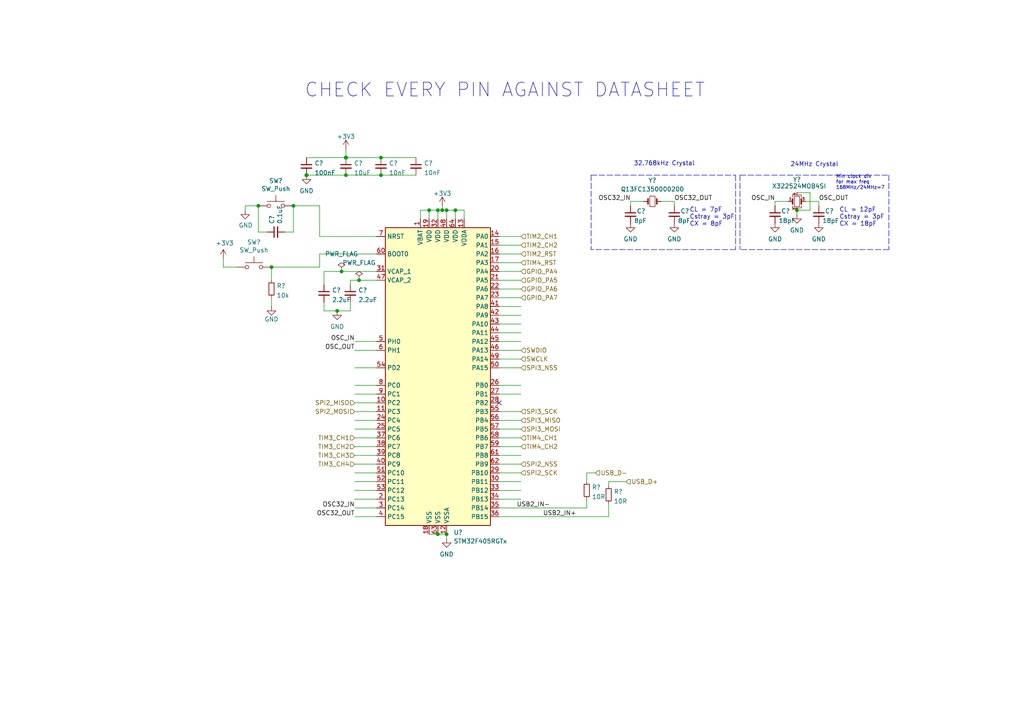
<source format=kicad_sch>
(kicad_sch (version 20211123) (generator eeschema)
  (paper "A4")
  (lib_symbols
    (symbol "Device:C_Small" (pin_numbers hide) (pin_names (offset 0.254) hide)
      (property "Reference" "C" (at 0.254 1.778 0))
      (property "Value" "C_Small" (at 0.254 -2.032 0))
      (symbol "C_Small_0_1"
        (polyline (pts (xy -1.524 -0.508) (xy 1.524 -0.508)) (stroke (width 0.3302)))
        (polyline (pts (xy -1.524 0.508) (xy 1.524 0.508)) (stroke (width 0.3048)))
      )
      (symbol "C_Small_1_1"
        (pin passive line (at 0 2.54 270) (length 2.032) (name "~") (number "1"))
        (pin passive line (at 0 -2.54 90) (length 2.032) (name "~") (number "2"))
      )
    )
    (symbol "Device:Crystal_GND24_Small" (pin_names (offset 1.016) hide)
      (property "Reference" "Y" (at 1.27 4.445 0))
      (property "Value" "Crystal_GND24_Small" (at 1.27 2.54 0))
      (symbol "Crystal_GND24_Small_0_1"
        (rectangle (start -0.762 -1.524) (end 0.762 1.524))
        (polyline (pts (xy -1.27 -0.762) (xy -1.27 0.762)) (stroke (width 0.381)))
        (polyline (pts (xy 1.27 -0.762) (xy 1.27 0.762)) (stroke (width 0.381)))
        (polyline (pts (xy -1.27 -1.27) (xy -1.27 -1.905) (xy 1.27 -1.905) (xy 1.27 -1.27)))
        (polyline (pts (xy -1.27 1.27) (xy -1.27 1.905) (xy 1.27 1.905) (xy 1.27 1.27)))
      )
      (symbol "Crystal_GND24_Small_1_1"
        (pin passive line (at -2.54 0 0) (length 1.27) (name "1") (number "1"))
        (pin passive line (at 0 -2.54 90) (length 0.635) (name "2") (number "2"))
        (pin passive line (at 2.54 0 180) (length 1.27) (name "3") (number "3"))
        (pin passive line (at 0 2.54 270) (length 0.635) (name "4") (number "4"))
      )
    )
    (symbol "Device:Crystal_Small" (pin_numbers hide) (pin_names (offset 1.016) hide)
      (property "Reference" "Y" (at 0 2.54 0))
      (property "Value" "Crystal_Small" (at 0 -2.54 0))
      (symbol "Crystal_Small_0_1"
        (rectangle (start -0.762 -1.524) (end 0.762 1.524))
        (polyline (pts (xy -1.27 -0.762) (xy -1.27 0.762)) (stroke (width 0.381)))
        (polyline (pts (xy 1.27 -0.762) (xy 1.27 0.762)) (stroke (width 0.381)))
      )
      (symbol "Crystal_Small_1_1"
        (pin passive line (at -2.54 0 0) (length 1.27) (name "1") (number "1"))
        (pin passive line (at 2.54 0 180) (length 1.27) (name "2") (number "2"))
      )
    )
    (symbol "Device:R_Small" (pin_numbers hide) (pin_names (offset 0.254) hide)
      (property "Reference" "R" (at 0.762 0.508 0))
      (property "Value" "R_Small" (at 0.762 -1.016 0))
      (symbol "R_Small_0_1"
        (rectangle (start -0.762 1.778) (end 0.762 -1.778) (stroke (width 0.2032)))
      )
      (symbol "R_Small_1_1"
        (pin passive line (at 0 2.54 270) (length 0.762) (name "~") (number "1"))
        (pin passive line (at 0 -2.54 90) (length 0.762) (name "~") (number "2"))
      )
    )
    (symbol "MCU_ST_STM32F4:STM32F405RGTx"
      (property "Reference" "U" (at -15.24 44.45 0))
      (property "Value" "STM32F405RGTx" (at 10.16 44.45 0))
      (symbol "STM32F405RGTx_0_1"
        (rectangle (start -15.24 -43.18) (end 15.24 43.18) (stroke (width 0.254)) (fill (type background)))
      )
      (symbol "STM32F405RGTx_1_1"
        (pin power_in line (at -5.08 45.72 270) (length 2.54) (name "VBAT") (number "1"))
        (pin bidirectional line (at -17.78 -7.62 0) (length 2.54) (name "PC2") (number "10"))
        (pin bidirectional line (at -17.78 -10.16 0) (length 2.54) (name "PC3") (number "11"))
        (pin power_in line (at 2.54 -45.72 90) (length 2.54) (name "VSSA") (number "12"))
        (pin power_in line (at 7.62 45.72 270) (length 2.54) (name "VDDA") (number "13"))
        (pin bidirectional line (at 17.78 40.64 180) (length 2.54) (name "PA0") (number "14"))
        (pin bidirectional line (at 17.78 38.1 180) (length 2.54) (name "PA1") (number "15"))
        (pin bidirectional line (at 17.78 35.56 180) (length 2.54) (name "PA2") (number "16"))
        (pin bidirectional line (at 17.78 33.02 180) (length 2.54) (name "PA3") (number "17"))
        (pin power_in line (at -2.54 -45.72 90) (length 2.54) (name "VSS") (number "18"))
        (pin power_in line (at -2.54 45.72 270) (length 2.54) (name "VDD") (number "19"))
        (pin bidirectional line (at -17.78 -35.56 0) (length 2.54) (name "PC13") (number "2"))
        (pin bidirectional line (at 17.78 30.48 180) (length 2.54) (name "PA4") (number "20"))
        (pin bidirectional line (at 17.78 27.94 180) (length 2.54) (name "PA5") (number "21"))
        (pin bidirectional line (at 17.78 25.4 180) (length 2.54) (name "PA6") (number "22"))
        (pin bidirectional line (at 17.78 22.86 180) (length 2.54) (name "PA7") (number "23"))
        (pin bidirectional line (at -17.78 -12.7 0) (length 2.54) (name "PC4") (number "24"))
        (pin bidirectional line (at -17.78 -15.24 0) (length 2.54) (name "PC5") (number "25"))
        (pin bidirectional line (at 17.78 -2.54 180) (length 2.54) (name "PB0") (number "26"))
        (pin bidirectional line (at 17.78 -5.08 180) (length 2.54) (name "PB1") (number "27"))
        (pin bidirectional line (at 17.78 -7.62 180) (length 2.54) (name "PB2") (number "28"))
        (pin bidirectional line (at 17.78 -27.94 180) (length 2.54) (name "PB10") (number "29"))
        (pin bidirectional line (at -17.78 -38.1 0) (length 2.54) (name "PC14") (number "3"))
        (pin bidirectional line (at 17.78 -30.48 180) (length 2.54) (name "PB11") (number "30"))
        (pin power_in line (at -17.78 30.48 0) (length 2.54) (name "VCAP_1") (number "31"))
        (pin power_in line (at 0 45.72 270) (length 2.54) (name "VDD") (number "32"))
        (pin bidirectional line (at 17.78 -33.02 180) (length 2.54) (name "PB12") (number "33"))
        (pin bidirectional line (at 17.78 -35.56 180) (length 2.54) (name "PB13") (number "34"))
        (pin bidirectional line (at 17.78 -38.1 180) (length 2.54) (name "PB14") (number "35"))
        (pin bidirectional line (at 17.78 -40.64 180) (length 2.54) (name "PB15") (number "36"))
        (pin bidirectional line (at -17.78 -17.78 0) (length 2.54) (name "PC6") (number "37"))
        (pin bidirectional line (at -17.78 -20.32 0) (length 2.54) (name "PC7") (number "38"))
        (pin bidirectional line (at -17.78 -22.86 0) (length 2.54) (name "PC8") (number "39"))
        (pin bidirectional line (at -17.78 -40.64 0) (length 2.54) (name "PC15") (number "4"))
        (pin bidirectional line (at -17.78 -25.4 0) (length 2.54) (name "PC9") (number "40"))
        (pin bidirectional line (at 17.78 20.32 180) (length 2.54) (name "PA8") (number "41"))
        (pin bidirectional line (at 17.78 17.78 180) (length 2.54) (name "PA9") (number "42"))
        (pin bidirectional line (at 17.78 15.24 180) (length 2.54) (name "PA10") (number "43"))
        (pin bidirectional line (at 17.78 12.7 180) (length 2.54) (name "PA11") (number "44"))
        (pin bidirectional line (at 17.78 10.16 180) (length 2.54) (name "PA12") (number "45"))
        (pin bidirectional line (at 17.78 7.62 180) (length 2.54) (name "PA13") (number "46"))
        (pin power_in line (at -17.78 27.94 0) (length 2.54) (name "VCAP_2") (number "47"))
        (pin power_in line (at 2.54 45.72 270) (length 2.54) (name "VDD") (number "48"))
        (pin bidirectional line (at 17.78 5.08 180) (length 2.54) (name "PA14") (number "49"))
        (pin input line (at -17.78 10.16 0) (length 2.54) (name "PH0") (number "5"))
        (pin bidirectional line (at 17.78 2.54 180) (length 2.54) (name "PA15") (number "50"))
        (pin bidirectional line (at -17.78 -27.94 0) (length 2.54) (name "PC10") (number "51"))
        (pin bidirectional line (at -17.78 -30.48 0) (length 2.54) (name "PC11") (number "52"))
        (pin bidirectional line (at -17.78 -33.02 0) (length 2.54) (name "PC12") (number "53"))
        (pin bidirectional line (at -17.78 2.54 0) (length 2.54) (name "PD2") (number "54"))
        (pin bidirectional line (at 17.78 -10.16 180) (length 2.54) (name "PB3") (number "55"))
        (pin bidirectional line (at 17.78 -12.7 180) (length 2.54) (name "PB4") (number "56"))
        (pin bidirectional line (at 17.78 -15.24 180) (length 2.54) (name "PB5") (number "57"))
        (pin bidirectional line (at 17.78 -17.78 180) (length 2.54) (name "PB6") (number "58"))
        (pin bidirectional line (at 17.78 -20.32 180) (length 2.54) (name "PB7") (number "59"))
        (pin input line (at -17.78 7.62 0) (length 2.54) (name "PH1") (number "6"))
        (pin input line (at -17.78 35.56 0) (length 2.54) (name "BOOT0") (number "60"))
        (pin bidirectional line (at 17.78 -22.86 180) (length 2.54) (name "PB8") (number "61"))
        (pin bidirectional line (at 17.78 -25.4 180) (length 2.54) (name "PB9") (number "62"))
        (pin power_in line (at 0 -45.72 90) (length 2.54) (name "VSS") (number "63"))
        (pin power_in line (at 5.08 45.72 270) (length 2.54) (name "VDD") (number "64"))
        (pin input line (at -17.78 40.64 0) (length 2.54) (name "NRST") (number "7"))
        (pin bidirectional line (at -17.78 -2.54 0) (length 2.54) (name "PC0") (number "8"))
        (pin bidirectional line (at -17.78 -5.08 0) (length 2.54) (name "PC1") (number "9"))
      )
    )
    (symbol "Nebula-rescue:+3.3V-power-H7_FlightComputer-rescue" (power) (pin_names (offset 0))
      (property "Value" "+3.3V-power-H7_FlightComputer-rescue" (at 0 3.556 0))
      (symbol "+3.3V-power-H7_FlightComputer-rescue_0_1"
        (polyline (pts (xy -0.762 1.27) (xy 0 2.54)))
        (polyline (pts (xy 0 0) (xy 0 2.54)))
        (polyline (pts (xy 0 2.54) (xy 0.762 1.27)))
      )
      (symbol "+3.3V-power-H7_FlightComputer-rescue_1_1"
        (pin power_in line (at 0 0 90) (length 0) hide (name "+3V3") (number "1"))
      )
    )
    (symbol "Nebula-rescue:C_Small-Device-H7_FlightComputer-rescue" (pin_numbers hide) (pin_names (offset 0.254) hide)
      (property "Reference" "C" (at 0.254 1.778 0))
      (property "Value" "C_Small-Device-H7_FlightComputer-rescue" (at 0.254 -2.032 0))
      (symbol "C_Small-Device-H7_FlightComputer-rescue_0_1"
        (polyline (pts (xy -1.524 -0.508) (xy 1.524 -0.508)) (stroke (width 0.3302)))
        (polyline (pts (xy -1.524 0.508) (xy 1.524 0.508)) (stroke (width 0.3048)))
      )
      (symbol "C_Small-Device-H7_FlightComputer-rescue_1_1"
        (pin passive line (at 0 2.54 270) (length 2.032) (name "~") (number "1"))
        (pin passive line (at 0 -2.54 90) (length 2.032) (name "~") (number "2"))
      )
    )
    (symbol "Nebula-rescue:GND-power-H7_FlightComputer-rescue" (power) (pin_names (offset 0))
      (property "Value" "GND-power-H7_FlightComputer-rescue" (at 0 -3.81 0))
      (symbol "GND-power-H7_FlightComputer-rescue_0_1"
        (polyline (pts (xy 0 0) (xy 0 -1.27) (xy 1.27 -1.27) (xy 0 -2.54) (xy -1.27 -1.27) (xy 0 -1.27)))
      )
      (symbol "GND-power-H7_FlightComputer-rescue_1_1"
        (pin power_in line (at 0 0 270) (length 0) hide (name "GND") (number "1"))
      )
    )
    (symbol "Nebula-rescue:SW_Push-Switch-H7_FlightComputer-rescue" (pin_numbers hide) (pin_names (offset 1.016) hide)
      (property "Reference" "SW" (at 1.27 2.54 0))
      (property "Value" "SW_Push-Switch-H7_FlightComputer-rescue" (at 0 -1.524 0))
      (symbol "SW_Push-Switch-H7_FlightComputer-rescue_0_1"
        (circle (center -2.032 0) (radius 0.508))
        (polyline (pts (xy 0 1.27) (xy 0 3.048)))
        (polyline (pts (xy 2.54 1.27) (xy -2.54 1.27)))
        (circle (center 2.032 0) (radius 0.508))
        (pin passive line (at -5.08 0 0) (length 2.54) (name "1") (number "1"))
        (pin passive line (at 5.08 0 180) (length 2.54) (name "2") (number "2"))
      )
    )
    (symbol "power:+3.3V" (power) (pin_names (offset 0))
      (property "Value" "+3.3V" (at 0 3.556 0))
      (symbol "+3.3V_0_1"
        (polyline (pts (xy -0.762 1.27) (xy 0 2.54)))
        (polyline (pts (xy 0 0) (xy 0 2.54)))
        (polyline (pts (xy 0 2.54) (xy 0.762 1.27)))
      )
      (symbol "+3.3V_1_1"
        (pin power_in line (at 0 0 90) (length 0) hide (name "+3V3") (number "1"))
      )
    )
    (symbol "power:GND" (power) (pin_names (offset 0))
      (property "Value" "GND" (at 0 -3.81 0))
      (symbol "GND_0_1"
        (polyline (pts (xy 0 0) (xy 0 -1.27) (xy 1.27 -1.27) (xy 0 -2.54) (xy -1.27 -1.27) (xy 0 -1.27)))
      )
      (symbol "GND_1_1"
        (pin power_in line (at 0 0 270) (length 0) hide (name "GND") (number "1"))
      )
    )
    (symbol "power:PWR_FLAG" (power) (pin_numbers hide) (pin_names (offset 0) hide)
      (property "Value" "PWR_FLAG" (at 0 3.81 0))
      (symbol "PWR_FLAG_0_0"
        (pin power_out line (at 0 0 90) (length 0) (name "pwr") (number "1"))
      )
      (symbol "PWR_FLAG_0_1"
        (polyline (pts (xy 0 0) (xy 0 1.27) (xy -1.016 1.905) (xy 0 2.54) (xy 1.016 1.905) (xy 0 1.27)))
      )
    )
  )
  (junction (at 127 60.96))
  (junction (at 124.46 60.96))
  (junction (at 97.79 90.17))
  (junction (at 104.14 81.28))
  (junction (at 127 154.94))
  (junction (at 132.08 60.96))
  (junction (at 74.93 59.69))
  (junction (at 129.54 60.96))
  (junction (at 100.33 50.8))
  (junction (at 110.49 50.8))
  (junction (at 129.54 154.94))
  (junction (at 128.27 60.96))
  (junction (at 88.9 50.8) (diameter 1.016))
  (junction (at 110.49 45.72))
  (junction (at 78.74 77.47))
  (junction (at 100.33 45.72) (diameter 1.016))
  (junction (at 99.06 78.74))
  (junction (at 231.14 60.96))
  (junction (at 85.09 59.69))
  (no_connect (at 144.78 116.84))
  (wire (pts (xy 102.87 147.32) (xy 109.22 147.32)))
  (wire (pts (xy 102.87 149.86) (xy 109.22 149.86)))
  (wire (pts (xy 144.78 76.2) (xy 151.13 76.2)))
  (wire (pts (xy 102.87 144.78) (xy 109.22 144.78)))
  (wire (pts (xy 93.98 78.74) (xy 93.98 82.55)))
  (wire (pts (xy 144.78 111.76) (xy 151.13 111.76)))
  (wire (pts (xy 144.78 88.9) (xy 151.13 88.9)))
  (wire (pts (xy 134.62 63.5) (xy 134.62 60.96)))
  (wire (pts (xy 102.87 132.08) (xy 109.22 132.08)))
  (wire (pts (xy 127 60.96) (xy 128.27 60.96)))
  (wire (pts (xy 237.49 58.42) (xy 237.49 59.69)))
  (wire (pts (xy 144.78 99.06) (xy 151.13 99.06)))
  (wire (pts (xy 102.87 114.3) (xy 109.22 114.3)))
  (wire (pts (xy 109.22 81.28) (xy 104.14 81.28)))
  (wire (pts (xy 100.33 43.18) (xy 100.33 45.72)))
  (wire (pts (xy 71.12 59.69) (xy 71.12 60.96)))
  (wire (pts (xy 74.93 67.31) (xy 74.93 59.69)))
  (wire (pts (xy 82.55 67.31) (xy 85.09 67.31)))
  (wire (pts (xy 132.08 60.96) (xy 132.08 63.5)))
  (wire (pts (xy 182.88 58.42) (xy 182.88 59.69)))
  (wire (pts (xy 102.87 139.7) (xy 109.22 139.7)))
  (wire (pts (xy 93.98 87.63) (xy 93.98 90.17)))
  (polyline (pts (xy 213.36 72.39) (xy 171.45 72.39)))
  (wire (pts (xy 92.71 73.66) (xy 109.22 73.66)))
  (wire (pts (xy 85.09 67.31) (xy 85.09 59.69)))
  (wire (pts (xy 144.78 83.82) (xy 151.13 83.82)))
  (wire (pts (xy 144.78 81.28) (xy 151.13 81.28)))
  (wire (pts (xy 129.54 60.96) (xy 132.08 60.96)))
  (polyline (pts (xy 257.81 72.39) (xy 214.63 72.39)))
  (wire (pts (xy 128.27 59.69) (xy 128.27 60.96)))
  (polyline (pts (xy 214.63 50.8) (xy 214.63 72.39)))
  (wire (pts (xy 144.78 121.92) (xy 151.13 121.92)))
  (wire (pts (xy 102.87 124.46) (xy 109.22 124.46)))
  (polyline (pts (xy 257.81 50.8) (xy 257.81 72.39)))
  (wire (pts (xy 144.78 114.3) (xy 151.13 114.3)))
  (wire (pts (xy 127 60.96) (xy 127 63.5)))
  (wire (pts (xy 102.87 121.92) (xy 109.22 121.92)))
  (wire (pts (xy 134.62 60.96) (xy 132.08 60.96)))
  (wire (pts (xy 144.78 124.46) (xy 151.13 124.46)))
  (wire (pts (xy 102.87 137.16) (xy 109.22 137.16)))
  (wire (pts (xy 224.79 58.42) (xy 228.6 58.42)))
  (wire (pts (xy 144.78 142.24) (xy 151.13 142.24)))
  (wire (pts (xy 170.18 144.78) (xy 170.18 147.32)))
  (wire (pts (xy 124.46 63.5) (xy 124.46 60.96)))
  (wire (pts (xy 101.6 90.17) (xy 97.79 90.17)))
  (wire (pts (xy 129.54 60.96) (xy 129.54 63.5)))
  (wire (pts (xy 144.78 132.08) (xy 151.13 132.08)))
  (wire (pts (xy 102.87 134.62) (xy 109.22 134.62)))
  (wire (pts (xy 144.78 139.7) (xy 151.13 139.7)))
  (wire (pts (xy 128.27 60.96) (xy 129.54 60.96)))
  (wire (pts (xy 104.14 81.28) (xy 101.6 81.28)))
  (wire (pts (xy 144.78 149.86) (xy 176.53 149.86)))
  (wire (pts (xy 170.18 147.32) (xy 144.78 147.32)))
  (wire (pts (xy 124.46 60.96) (xy 127 60.96)))
  (polyline (pts (xy 213.36 50.8) (xy 213.36 72.39)))
  (wire (pts (xy 176.53 139.7) (xy 181.61 139.7)))
  (wire (pts (xy 127 154.94) (xy 129.54 154.94)))
  (wire (pts (xy 144.78 73.66) (xy 151.13 73.66)))
  (polyline (pts (xy 171.45 50.8) (xy 171.45 72.39)))
  (wire (pts (xy 170.18 139.7) (xy 170.18 137.16)))
  (wire (pts (xy 144.78 96.52) (xy 151.13 96.52)))
  (wire (pts (xy 64.77 74.93) (xy 64.77 77.47)))
  (wire (pts (xy 144.78 119.38) (xy 151.13 119.38)))
  (wire (pts (xy 71.12 59.69) (xy 74.93 59.69)))
  (wire (pts (xy 102.87 106.68) (xy 109.22 106.68)))
  (wire (pts (xy 102.87 127) (xy 109.22 127)))
  (wire (pts (xy 234.95 60.96) (xy 231.14 60.96)))
  (wire (pts (xy 182.88 58.42) (xy 186.69 58.42)))
  (wire (pts (xy 110.49 45.72) (xy 120.65 45.72)))
  (wire (pts (xy 144.78 101.6) (xy 151.13 101.6)))
  (wire (pts (xy 191.77 58.42) (xy 195.58 58.42)))
  (wire (pts (xy 144.78 134.62) (xy 151.13 134.62)))
  (wire (pts (xy 101.6 81.28) (xy 101.6 82.55)))
  (wire (pts (xy 121.92 63.5) (xy 121.92 60.96)))
  (wire (pts (xy 77.47 67.31) (xy 74.93 67.31)))
  (wire (pts (xy 231.14 60.96) (xy 231.14 62.23)))
  (wire (pts (xy 144.78 68.58) (xy 151.13 68.58)))
  (wire (pts (xy 144.78 129.54) (xy 151.13 129.54)))
  (wire (pts (xy 121.92 60.96) (xy 124.46 60.96)))
  (wire (pts (xy 102.87 142.24) (xy 109.22 142.24)))
  (wire (pts (xy 78.74 77.47) (xy 78.74 81.28)))
  (polyline (pts (xy 214.63 50.8) (xy 257.81 50.8)))
  (wire (pts (xy 144.78 91.44) (xy 151.13 91.44)))
  (wire (pts (xy 144.78 86.36) (xy 151.13 86.36)))
  (wire (pts (xy 92.71 68.58) (xy 109.22 68.58)))
  (wire (pts (xy 102.87 119.38) (xy 109.22 119.38)))
  (wire (pts (xy 144.78 78.74) (xy 151.13 78.74)))
  (wire (pts (xy 144.78 104.14) (xy 151.13 104.14)))
  (wire (pts (xy 144.78 127) (xy 151.13 127)))
  (wire (pts (xy 99.06 78.74) (xy 93.98 78.74)))
  (wire (pts (xy 231.14 55.88) (xy 234.95 55.88)))
  (wire (pts (xy 92.71 77.47) (xy 92.71 73.66)))
  (wire (pts (xy 233.68 58.42) (xy 237.49 58.42)))
  (wire (pts (xy 85.09 59.69) (xy 92.71 59.69)))
  (wire (pts (xy 170.18 137.16) (xy 172.72 137.16)))
  (wire (pts (xy 102.87 101.6) (xy 109.22 101.6)))
  (wire (pts (xy 129.54 154.94) (xy 129.54 156.21)))
  (wire (pts (xy 144.78 71.12) (xy 151.13 71.12)))
  (wire (pts (xy 195.58 58.42) (xy 195.58 59.69)))
  (wire (pts (xy 234.95 55.88) (xy 234.95 60.96)))
  (wire (pts (xy 100.33 45.72) (xy 110.49 45.72)))
  (wire (pts (xy 64.77 77.47) (xy 68.58 77.47)))
  (wire (pts (xy 92.71 59.69) (xy 92.71 68.58)))
  (wire (pts (xy 144.78 93.98) (xy 151.13 93.98)))
  (wire (pts (xy 102.87 129.54) (xy 109.22 129.54)))
  (wire (pts (xy 101.6 87.63) (xy 101.6 90.17)))
  (wire (pts (xy 78.74 86.36) (xy 78.74 88.9)))
  (wire (pts (xy 93.98 90.17) (xy 97.79 90.17)))
  (wire (pts (xy 109.22 78.74) (xy 99.06 78.74)))
  (wire (pts (xy 144.78 137.16) (xy 151.13 137.16)))
  (wire (pts (xy 88.9 50.8) (xy 100.33 50.8)))
  (wire (pts (xy 144.78 144.78) (xy 151.13 144.78)))
  (wire (pts (xy 88.9 45.72) (xy 100.33 45.72)))
  (wire (pts (xy 102.87 99.06) (xy 109.22 99.06)))
  (wire (pts (xy 144.78 106.68) (xy 151.13 106.68)))
  (wire (pts (xy 78.74 77.47) (xy 92.71 77.47)))
  (wire (pts (xy 102.87 116.84) (xy 109.22 116.84)))
  (polyline (pts (xy 171.45 50.8) (xy 213.36 50.8)))
  (wire (pts (xy 176.53 140.97) (xy 176.53 139.7)))
  (wire (pts (xy 176.53 146.05) (xy 176.53 149.86)))
  (wire (pts (xy 102.87 111.76) (xy 109.22 111.76)))
  (wire (pts (xy 110.49 50.8) (xy 120.65 50.8)))
  (wire (pts (xy 224.79 58.42) (xy 224.79 59.69)))
  (wire (pts (xy 100.33 50.8) (xy 110.49 50.8)))
  (wire (pts (xy 124.46 154.94) (xy 127 154.94)))
  (text "32.768kHz Crystal" (at 183.769 48.26 0) (effects (font (size 1.27 1.27)) (justify left bottom)))
  (text "CL = 12pF\nCstray = 3pF\nCX = 18pF" (at 243.459 65.786 0) (effects (font (size 1.27 1.27)) (justify left bottom)))
  (text "CL = 7pF\nCstray = 3pF\nCX = 8pF" (at 200.025 65.786 0) (effects (font (size 1.27 1.27)) (justify left bottom)))
  (text "24MHz Crystal" (at 229.235 48.514 0) (effects (font (size 1.27 1.27)) (justify left bottom)))
  (text "Min clock div\nfor max freq\n168MHz/24MHz=7" (at 242.443 55.118 0) (effects (font (size 1 1)) (justify left bottom)))
  (text "CHECK EVERY PIN AGAINST DATASHEET" (at 88.265 28.575 0) (effects (font (size 4 4)) (justify left bottom)))
  (label "OSC_IN" (at 102.87 99.06 180))
  (label "OSC32_IN" (at 102.87 147.32 180))
  (label "USB2_IN-" (at 149.86 147.32 0))
  (label "OSC_OUT" (at 102.87 101.6 180))
  (label "OSC_IN" (at 224.79 58.42 180))
  (label "USB2_IN+" (at 157.48 149.86 0))
  (label "OSC32_OUT" (at 102.87 149.86 180))
  (label "OSC32_IN" (at 182.88 58.42 180))
  (label "OSC32_OUT" (at 195.58 58.42 0))
  (label "OSC_OUT" (at 237.49 58.42 0))
  (hierarchical_label "SWDIO" (shape input) (at 151.13 101.6 0))
  (hierarchical_label "GPIO_PA4" (shape input) (at 151.13 78.74 0))
  (hierarchical_label "GPIO_PA5" (shape input) (at 151.13 81.28 0))
  (hierarchical_label "SPI2_MISO" (shape input) (at 102.87 116.84 180))
  (hierarchical_label "TIM4_CH2" (shape input) (at 151.13 129.54 0))
  (hierarchical_label "USB_D+" (shape input) (at 181.61 139.7 0))
  (hierarchical_label "TIM4_CH1" (shape input) (at 151.13 127 0))
  (hierarchical_label "GPIO_PA6" (shape input) (at 151.13 83.82 0))
  (hierarchical_label "SPI3_MISO" (shape input) (at 151.13 121.92 0))
  (hierarchical_label "TIM2_RST" (shape input) (at 151.13 73.66 0))
  (hierarchical_label "GPIO_PA7" (shape input) (at 151.13 86.36 0))
  (hierarchical_label "TIM3_CH2" (shape input) (at 102.87 129.54 180))
  (hierarchical_label "USB_D-" (shape input) (at 172.72 137.16 0))
  (hierarchical_label "TIM2_CH1" (shape input) (at 151.13 68.58 0))
  (hierarchical_label "SPI3_SCK" (shape input) (at 151.13 119.38 0))
  (hierarchical_label "TIM2_CH2" (shape input) (at 151.13 71.12 0))
  (hierarchical_label "TIM3_CH4" (shape input) (at 102.87 134.62 180))
  (hierarchical_label "TIM3_CH1" (shape input) (at 102.87 127 180))
  (hierarchical_label "SWCLK" (shape input) (at 151.13 104.14 0))
  (hierarchical_label "SPI2_NSS" (shape input) (at 151.13 134.62 0))
  (hierarchical_label "TIM3_CH3" (shape input) (at 102.87 132.08 180))
  (hierarchical_label "SPI3_NSS" (shape input) (at 151.13 106.68 0))
  (hierarchical_label "SPI2_MOSI" (shape input) (at 102.87 119.38 180))
  (hierarchical_label "TIM4_RST" (shape input) (at 151.13 76.2 0))
  (hierarchical_label "SPI3_MOSI" (shape input) (at 151.13 124.46 0))
  (hierarchical_label "SPI2_SCK" (shape input) (at 151.13 137.16 0))
  (symbol (lib_id "Device:C_Small") (at 237.49 62.23 0) (unit 1)
    (property "Reference" "C?" (at 239.268 61.214 0) (effects (justify left)))
    (property "Value" "18pF" (at 238.506 64.008 0) (effects (justify left)))
    (property "Footprint" "Capacitor_SMD:C_0603_1608Metric_Pad1.08x0.95mm_HandSolder" (effects hide))
  )
  (symbol (lib_id "power:GND") (at 195.58 64.77 0) (unit 1)
    (property "Reference" "#PWR?" (effects hide))
    (property "Value" "GND" (at 195.58 69.3326 0))
  )
  (symbol (lib_id "Nebula-rescue:SW_Push-Switch-H7_FlightComputer-rescue") (at 73.66 77.47 0) (unit 1)
    (property "Reference" "SW?" (at 73.66 70.231 0))
    (property "Value" "SW_Push" (at 73.66 72.5424 0))
    (property "Footprint" "Button_Switch_SMD:SW_Push_1P1T_NO_CK_KSC6xxJ" (effects hide))
  )
  (symbol (lib_id "power:GND") (at 129.54 156.21 0) (unit 1)
    (property "Reference" "#PWR?" (effects hide))
    (property "Value" "GND" (at 129.54 160.7726 0))
  )
  (symbol (lib_id "power:+3.3V") (at 100.33 43.18 0) (unit 1)
    (property "Reference" "#PWR?" (effects hide))
    (property "Value" "+3.3V" (at 100.33 39.6042 0))
  )
  (symbol (lib_id "Device:C_Small") (at 120.65 48.26 0) (unit 1)
    (property "Reference" "C?" (at 122.9742 47.3515 0) (effects (justify left)))
    (property "Value" "10nF" (at 122.9742 50.1266 0) (effects (justify left)))
    (property "Footprint" "Capacitor_SMD:C_0603_1608Metric_Pad1.08x0.95mm_HandSolder" (effects hide))
  )
  (symbol (lib_id "Device:R_Small") (at 176.53 143.51 0) (unit 1)
    (property "Reference" "R?" (at 178.0287 142.6015 0) (effects (justify left)))
    (property "Value" "10R" (at 178.0287 145.3766 0) (effects (justify left)))
    (property "Footprint" "Resistor_SMD:R_0603_1608Metric" (effects hide))
  )
  (symbol (lib_id "Nebula-rescue:GND-power-H7_FlightComputer-rescue") (at 78.74 88.9 0) (unit 1)
    (property "Reference" "#PWR?" (effects hide))
    (property "Value" "GND" (at 78.74 92.583 0))
  )
  (symbol (lib_id "power:GND") (at 182.88 64.77 0) (unit 1)
    (property "Reference" "#PWR?" (effects hide))
    (property "Value" "GND" (at 182.88 69.3326 0))
  )
  (symbol (lib_id "Device:C_Small") (at 100.33 48.26 0) (unit 1)
    (property "Reference" "C?" (at 102.6542 47.3515 0) (effects (justify left)))
    (property "Value" "10uF" (at 102.6542 50.1266 0) (effects (justify left)))
    (property "Footprint" "Capacitor_SMD:C_0603_1608Metric_Pad1.08x0.95mm_HandSolder" (effects hide))
  )
  (symbol (lib_id "Nebula-rescue:+3.3V-power-H7_FlightComputer-rescue") (at 64.77 74.93 0) (unit 1)
    (property "Reference" "#PWR?" (effects hide))
    (property "Value" "+3.3V" (at 65.151 70.5358 0))
  )
  (symbol (lib_id "Nebula-rescue:GND-power-H7_FlightComputer-rescue") (at 71.12 60.96 0) (unit 1)
    (property "Reference" "#PWR?" (effects hide))
    (property "Value" "GND" (at 71.247 65.3542 0))
  )
  (symbol (lib_id "MCU_ST_STM32F4:STM32F405RGTx") (at 127 109.22 0) (unit 1)
    (property "Reference" "U?" (at 131.5594 154.4304 0) (effects (justify left)))
    (property "Value" "STM32F405RGTx" (at 131.5594 156.9673 0) (effects (justify left)))
    (property "Footprint" "Package_QFP:LQFP-64_10x10mm_P0.5mm" (effects hide))
    (property "Datasheet" "http://www.st.com/st-web-ui/static/active/en/resource/technical/document/datasheet/DM00037051.pdf" (effects hide))
  )
  (symbol (lib_id "Device:Crystal_GND24_Small") (at 231.14 58.42 0) (unit 1)
    (property "Reference" "Y?" (at 231.14 52.07 0))
    (property "Value" "X322524MOB4SI" (at 231.775 53.975 0))
    (property "Footprint" "Crystal:Crystal_SMD_3225-4Pin_3.2x2.5mm" (effects hide))
    (property "Datasheet" "https://datasheet.lcsc.com/lcsc/2103291204_Yangxing-Tech-X322524MOB4SI_C70590.pdf" (effects hide))
    (property "LCSC" "C70590" (effects hide))
  )
  (symbol (lib_id "Device:C_Small") (at 101.6 85.09 0) (unit 1)
    (property "Reference" "C?" (at 103.9242 84.1815 0) (effects (justify left)))
    (property "Value" "2.2uF" (at 103.9242 86.9566 0) (effects (justify left)))
    (property "Footprint" "Capacitor_SMD:C_0603_1608Metric_Pad1.08x0.95mm_HandSolder" (effects hide))
  )
  (symbol (lib_id "Device:R_Small") (at 170.18 142.24 0) (unit 1)
    (property "Reference" "R?" (at 171.6787 141.3315 0) (effects (justify left)))
    (property "Value" "10R" (at 171.6787 144.1066 0) (effects (justify left)))
    (property "Footprint" "Resistor_SMD:R_0603_1608Metric" (effects hide))
  )
  (symbol (lib_id "Device:C_Small") (at 88.9 48.26 0) (unit 1)
    (property "Reference" "C?" (at 91.2242 47.3515 0) (effects (justify left)))
    (property "Value" "100nF" (at 91.2242 50.1266 0) (effects (justify left)))
    (property "Footprint" "Capacitor_SMD:C_0603_1608Metric_Pad1.08x0.95mm_HandSolder" (effects hide))
  )
  (symbol (lib_id "Nebula-rescue:C_Small-Device-H7_FlightComputer-rescue") (at 80.01 67.31 90) (unit 1)
    (property "Reference" "C?" (at 78.8416 64.9732 0) (effects (justify left)))
    (property "Value" "0.1uF" (at 81.153 64.9732 0) (effects (justify left)))
    (property "Footprint" "Capacitor_SMD:C_0603_1608Metric_Pad1.08x0.95mm_HandSolder" (effects hide))
  )
  (symbol (lib_id "Device:C_Small") (at 224.79 62.23 0) (unit 1)
    (property "Reference" "C?" (at 226.568 61.214 0) (effects (justify left)))
    (property "Value" "18pF" (at 225.806 64.008 0) (effects (justify left)))
    (property "Footprint" "Capacitor_SMD:C_0603_1608Metric_Pad1.08x0.95mm_HandSolder" (effects hide))
  )
  (symbol (lib_id "power:PWR_FLAG") (at 104.14 81.28 0) (unit 1)
    (property "Reference" "#FLG?" (effects hide))
    (property "Value" "PWR_FLAG" (at 104.14 76.2 0))
  )
  (symbol (lib_id "Device:C_Small") (at 110.49 48.26 0) (unit 1)
    (property "Reference" "C?" (at 112.8142 47.3515 0) (effects (justify left)))
    (property "Value" "10nF" (at 112.8142 50.1266 0) (effects (justify left)))
    (property "Footprint" "Capacitor_SMD:C_0603_1608Metric_Pad1.08x0.95mm_HandSolder" (effects hide))
  )
  (symbol (lib_id "Device:C_Small") (at 195.58 62.23 0) (unit 1)
    (property "Reference" "C?" (at 197.358 61.214 0) (effects (justify left)))
    (property "Value" "8pF" (at 196.596 64.008 0) (effects (justify left)))
    (property "Footprint" "Capacitor_SMD:C_0603_1608Metric_Pad1.08x0.95mm_HandSolder" (effects hide))
  )
  (symbol (lib_id "Nebula-rescue:SW_Push-Switch-H7_FlightComputer-rescue") (at 80.01 59.69 0) (unit 1)
    (property "Reference" "SW?" (at 80.01 52.451 0))
    (property "Value" "SW_Push" (at 80.01 54.7624 0))
    (property "Footprint" "Button_Switch_SMD:SW_Push_1P1T_NO_CK_KSC6xxJ" (effects hide))
  )
  (symbol (lib_id "Device:R_Small") (at 78.74 83.82 0) (unit 1)
    (property "Reference" "R?" (at 80.2387 82.9115 0) (effects (justify left)))
    (property "Value" "10k" (at 80.2387 85.6866 0) (effects (justify left)))
    (property "Footprint" "Resistor_SMD:R_0603_1608Metric" (effects hide))
  )
  (symbol (lib_id "power:+3.3V") (at 128.27 59.69 0) (unit 1)
    (property "Reference" "#PWR?" (effects hide))
    (property "Value" "+3.3V" (at 128.27 56.1142 0))
  )
  (symbol (lib_id "power:PWR_FLAG") (at 99.06 78.74 0) (unit 1)
    (property "Reference" "#FLG?" (effects hide))
    (property "Value" "PWR_FLAG" (at 99.06 73.66 0))
  )
  (symbol (lib_id "power:GND") (at 237.49 64.77 0) (unit 1)
    (property "Reference" "#PWR?" (effects hide))
    (property "Value" "GND" (at 237.49 69.3326 0))
  )
  (symbol (lib_id "Device:C_Small") (at 182.88 62.23 0) (unit 1)
    (property "Reference" "C?" (at 184.658 61.214 0) (effects (justify left)))
    (property "Value" "8pF" (at 183.896 64.008 0) (effects (justify left)))
    (property "Footprint" "Capacitor_SMD:C_0603_1608Metric_Pad1.08x0.95mm_HandSolder" (effects hide))
  )
  (symbol (lib_id "power:GND") (at 224.79 64.77 0) (unit 1)
    (property "Reference" "#PWR?" (effects hide))
    (property "Value" "GND" (at 224.79 69.3326 0))
  )
  (symbol (lib_id "Device:Crystal_Small") (at 189.23 58.42 0) (unit 1)
    (property "Reference" "Y?" (at 189.23 52.324 0))
    (property "Value" "Q13FC1350000200" (at 189.23 54.864 0))
    (property "Footprint" "Crystal:Crystal_SMD_3215-2Pin_3.2x1.5mm" (effects hide))
    (property "Datasheet" "https://datasheet.lcsc.com/lcsc/1811081213_Seiko-Epson-Q13FC1350000200_C48615.pdf" (effects hide))
    (property "LCSC" "C48615" (effects hide))
  )
  (symbol (lib_id "power:GND") (at 231.14 62.23 0) (unit 1)
    (property "Reference" "#PWR?" (effects hide))
    (property "Value" "GND" (at 231.14 66.7926 0))
  )
  (symbol (lib_id "Device:C_Small") (at 93.98 85.09 0) (unit 1)
    (property "Reference" "C?" (at 96.3042 84.1815 0) (effects (justify left)))
    (property "Value" "2.2uF" (at 96.3042 86.9566 0) (effects (justify left)))
    (property "Footprint" "Capacitor_SMD:C_0603_1608Metric_Pad1.08x0.95mm_HandSolder" (effects hide))
  )
  (symbol (lib_id "power:GND") (at 88.9 50.8 0) (unit 1)
    (property "Reference" "#PWR?" (effects hide))
    (property "Value" "GND" (at 88.9 55.3626 0))
  )
  (symbol (lib_id "power:GND") (at 97.79 90.17 0) (unit 1)
    (property "Reference" "#PWR?" (effects hide))
    (property "Value" "GND" (at 97.79 94.7326 0))
  )
)
</source>
